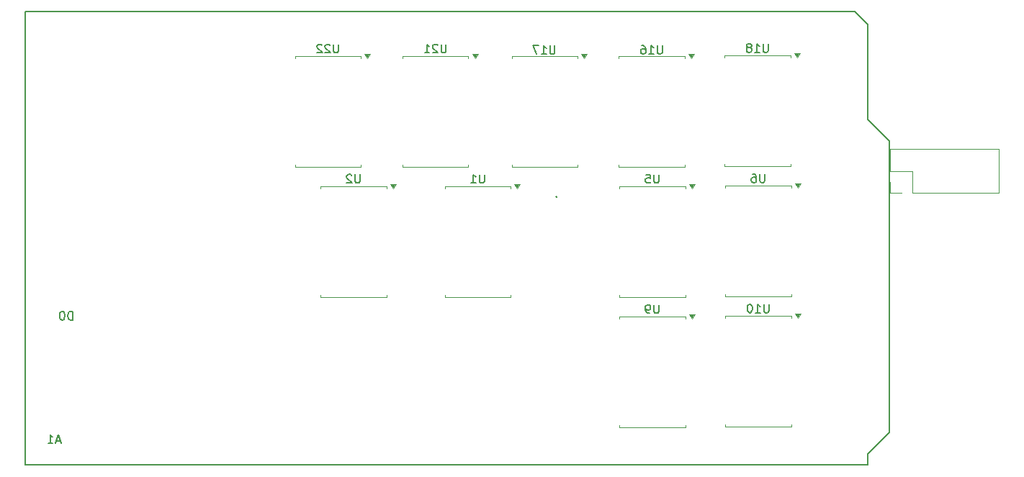
<source format=gbr>
%TF.GenerationSoftware,KiCad,Pcbnew,8.0.8+dfsg-1*%
%TF.CreationDate,2025-07-24T04:48:21-04:00*%
%TF.ProjectId,VGA_SRAM_SHUIELD_DOUBLE_BUFFER,5647415f-5352-4414-9d5f-53485549454c,rev?*%
%TF.SameCoordinates,Original*%
%TF.FileFunction,Legend,Bot*%
%TF.FilePolarity,Positive*%
%FSLAX46Y46*%
G04 Gerber Fmt 4.6, Leading zero omitted, Abs format (unit mm)*
G04 Created by KiCad (PCBNEW 8.0.8+dfsg-1) date 2025-07-24 04:48:21*
%MOMM*%
%LPD*%
G01*
G04 APERTURE LIST*
%ADD10C,0.150000*%
%ADD11C,0.120000*%
G04 APERTURE END LIST*
D10*
X102161904Y-165674819D02*
X102161904Y-166484342D01*
X102161904Y-166484342D02*
X102114285Y-166579580D01*
X102114285Y-166579580D02*
X102066666Y-166627200D01*
X102066666Y-166627200D02*
X101971428Y-166674819D01*
X101971428Y-166674819D02*
X101780952Y-166674819D01*
X101780952Y-166674819D02*
X101685714Y-166627200D01*
X101685714Y-166627200D02*
X101638095Y-166579580D01*
X101638095Y-166579580D02*
X101590476Y-166484342D01*
X101590476Y-166484342D02*
X101590476Y-165674819D01*
X101066666Y-166674819D02*
X100876190Y-166674819D01*
X100876190Y-166674819D02*
X100780952Y-166627200D01*
X100780952Y-166627200D02*
X100733333Y-166579580D01*
X100733333Y-166579580D02*
X100638095Y-166436723D01*
X100638095Y-166436723D02*
X100590476Y-166246247D01*
X100590476Y-166246247D02*
X100590476Y-165865295D01*
X100590476Y-165865295D02*
X100638095Y-165770057D01*
X100638095Y-165770057D02*
X100685714Y-165722438D01*
X100685714Y-165722438D02*
X100780952Y-165674819D01*
X100780952Y-165674819D02*
X100971428Y-165674819D01*
X100971428Y-165674819D02*
X101066666Y-165722438D01*
X101066666Y-165722438D02*
X101114285Y-165770057D01*
X101114285Y-165770057D02*
X101161904Y-165865295D01*
X101161904Y-165865295D02*
X101161904Y-166103390D01*
X101161904Y-166103390D02*
X101114285Y-166198628D01*
X101114285Y-166198628D02*
X101066666Y-166246247D01*
X101066666Y-166246247D02*
X100971428Y-166293866D01*
X100971428Y-166293866D02*
X100780952Y-166293866D01*
X100780952Y-166293866D02*
X100685714Y-166246247D01*
X100685714Y-166246247D02*
X100638095Y-166198628D01*
X100638095Y-166198628D02*
X100590476Y-166103390D01*
X77138094Y-135029819D02*
X77138094Y-135839342D01*
X77138094Y-135839342D02*
X77090475Y-135934580D01*
X77090475Y-135934580D02*
X77042856Y-135982200D01*
X77042856Y-135982200D02*
X76947618Y-136029819D01*
X76947618Y-136029819D02*
X76757142Y-136029819D01*
X76757142Y-136029819D02*
X76661904Y-135982200D01*
X76661904Y-135982200D02*
X76614285Y-135934580D01*
X76614285Y-135934580D02*
X76566666Y-135839342D01*
X76566666Y-135839342D02*
X76566666Y-135029819D01*
X76138094Y-135125057D02*
X76090475Y-135077438D01*
X76090475Y-135077438D02*
X75995237Y-135029819D01*
X75995237Y-135029819D02*
X75757142Y-135029819D01*
X75757142Y-135029819D02*
X75661904Y-135077438D01*
X75661904Y-135077438D02*
X75614285Y-135125057D01*
X75614285Y-135125057D02*
X75566666Y-135220295D01*
X75566666Y-135220295D02*
X75566666Y-135315533D01*
X75566666Y-135315533D02*
X75614285Y-135458390D01*
X75614285Y-135458390D02*
X76185713Y-136029819D01*
X76185713Y-136029819D02*
X75566666Y-136029819D01*
X74614285Y-136029819D02*
X75185713Y-136029819D01*
X74899999Y-136029819D02*
X74899999Y-135029819D01*
X74899999Y-135029819D02*
X74995237Y-135172676D01*
X74995237Y-135172676D02*
X75090475Y-135267914D01*
X75090475Y-135267914D02*
X75185713Y-135315533D01*
X114998094Y-134959819D02*
X114998094Y-135769342D01*
X114998094Y-135769342D02*
X114950475Y-135864580D01*
X114950475Y-135864580D02*
X114902856Y-135912200D01*
X114902856Y-135912200D02*
X114807618Y-135959819D01*
X114807618Y-135959819D02*
X114617142Y-135959819D01*
X114617142Y-135959819D02*
X114521904Y-135912200D01*
X114521904Y-135912200D02*
X114474285Y-135864580D01*
X114474285Y-135864580D02*
X114426666Y-135769342D01*
X114426666Y-135769342D02*
X114426666Y-134959819D01*
X113426666Y-135959819D02*
X113998094Y-135959819D01*
X113712380Y-135959819D02*
X113712380Y-134959819D01*
X113712380Y-134959819D02*
X113807618Y-135102676D01*
X113807618Y-135102676D02*
X113902856Y-135197914D01*
X113902856Y-135197914D02*
X113998094Y-135245533D01*
X112855237Y-135388390D02*
X112950475Y-135340771D01*
X112950475Y-135340771D02*
X112998094Y-135293152D01*
X112998094Y-135293152D02*
X113045713Y-135197914D01*
X113045713Y-135197914D02*
X113045713Y-135150295D01*
X113045713Y-135150295D02*
X112998094Y-135055057D01*
X112998094Y-135055057D02*
X112950475Y-135007438D01*
X112950475Y-135007438D02*
X112855237Y-134959819D01*
X112855237Y-134959819D02*
X112664761Y-134959819D01*
X112664761Y-134959819D02*
X112569523Y-135007438D01*
X112569523Y-135007438D02*
X112521904Y-135055057D01*
X112521904Y-135055057D02*
X112474285Y-135150295D01*
X112474285Y-135150295D02*
X112474285Y-135197914D01*
X112474285Y-135197914D02*
X112521904Y-135293152D01*
X112521904Y-135293152D02*
X112569523Y-135340771D01*
X112569523Y-135340771D02*
X112664761Y-135388390D01*
X112664761Y-135388390D02*
X112855237Y-135388390D01*
X112855237Y-135388390D02*
X112950475Y-135436009D01*
X112950475Y-135436009D02*
X112998094Y-135483628D01*
X112998094Y-135483628D02*
X113045713Y-135578866D01*
X113045713Y-135578866D02*
X113045713Y-135769342D01*
X113045713Y-135769342D02*
X112998094Y-135864580D01*
X112998094Y-135864580D02*
X112950475Y-135912200D01*
X112950475Y-135912200D02*
X112855237Y-135959819D01*
X112855237Y-135959819D02*
X112664761Y-135959819D01*
X112664761Y-135959819D02*
X112569523Y-135912200D01*
X112569523Y-135912200D02*
X112521904Y-135864580D01*
X112521904Y-135864580D02*
X112474285Y-135769342D01*
X112474285Y-135769342D02*
X112474285Y-135578866D01*
X112474285Y-135578866D02*
X112521904Y-135483628D01*
X112521904Y-135483628D02*
X112569523Y-135436009D01*
X112569523Y-135436009D02*
X112664761Y-135388390D01*
X102558094Y-135144819D02*
X102558094Y-135954342D01*
X102558094Y-135954342D02*
X102510475Y-136049580D01*
X102510475Y-136049580D02*
X102462856Y-136097200D01*
X102462856Y-136097200D02*
X102367618Y-136144819D01*
X102367618Y-136144819D02*
X102177142Y-136144819D01*
X102177142Y-136144819D02*
X102081904Y-136097200D01*
X102081904Y-136097200D02*
X102034285Y-136049580D01*
X102034285Y-136049580D02*
X101986666Y-135954342D01*
X101986666Y-135954342D02*
X101986666Y-135144819D01*
X100986666Y-136144819D02*
X101558094Y-136144819D01*
X101272380Y-136144819D02*
X101272380Y-135144819D01*
X101272380Y-135144819D02*
X101367618Y-135287676D01*
X101367618Y-135287676D02*
X101462856Y-135382914D01*
X101462856Y-135382914D02*
X101558094Y-135430533D01*
X100129523Y-135144819D02*
X100319999Y-135144819D01*
X100319999Y-135144819D02*
X100415237Y-135192438D01*
X100415237Y-135192438D02*
X100462856Y-135240057D01*
X100462856Y-135240057D02*
X100558094Y-135382914D01*
X100558094Y-135382914D02*
X100605713Y-135573390D01*
X100605713Y-135573390D02*
X100605713Y-135954342D01*
X100605713Y-135954342D02*
X100558094Y-136049580D01*
X100558094Y-136049580D02*
X100510475Y-136097200D01*
X100510475Y-136097200D02*
X100415237Y-136144819D01*
X100415237Y-136144819D02*
X100224761Y-136144819D01*
X100224761Y-136144819D02*
X100129523Y-136097200D01*
X100129523Y-136097200D02*
X100081904Y-136049580D01*
X100081904Y-136049580D02*
X100034285Y-135954342D01*
X100034285Y-135954342D02*
X100034285Y-135716247D01*
X100034285Y-135716247D02*
X100081904Y-135621009D01*
X100081904Y-135621009D02*
X100129523Y-135573390D01*
X100129523Y-135573390D02*
X100224761Y-135525771D01*
X100224761Y-135525771D02*
X100415237Y-135525771D01*
X100415237Y-135525771D02*
X100510475Y-135573390D01*
X100510475Y-135573390D02*
X100558094Y-135621009D01*
X100558094Y-135621009D02*
X100605713Y-135716247D01*
X115088094Y-165604819D02*
X115088094Y-166414342D01*
X115088094Y-166414342D02*
X115040475Y-166509580D01*
X115040475Y-166509580D02*
X114992856Y-166557200D01*
X114992856Y-166557200D02*
X114897618Y-166604819D01*
X114897618Y-166604819D02*
X114707142Y-166604819D01*
X114707142Y-166604819D02*
X114611904Y-166557200D01*
X114611904Y-166557200D02*
X114564285Y-166509580D01*
X114564285Y-166509580D02*
X114516666Y-166414342D01*
X114516666Y-166414342D02*
X114516666Y-165604819D01*
X113516666Y-166604819D02*
X114088094Y-166604819D01*
X113802380Y-166604819D02*
X113802380Y-165604819D01*
X113802380Y-165604819D02*
X113897618Y-165747676D01*
X113897618Y-165747676D02*
X113992856Y-165842914D01*
X113992856Y-165842914D02*
X114088094Y-165890533D01*
X112897618Y-165604819D02*
X112802380Y-165604819D01*
X112802380Y-165604819D02*
X112707142Y-165652438D01*
X112707142Y-165652438D02*
X112659523Y-165700057D01*
X112659523Y-165700057D02*
X112611904Y-165795295D01*
X112611904Y-165795295D02*
X112564285Y-165985771D01*
X112564285Y-165985771D02*
X112564285Y-166223866D01*
X112564285Y-166223866D02*
X112611904Y-166414342D01*
X112611904Y-166414342D02*
X112659523Y-166509580D01*
X112659523Y-166509580D02*
X112707142Y-166557200D01*
X112707142Y-166557200D02*
X112802380Y-166604819D01*
X112802380Y-166604819D02*
X112897618Y-166604819D01*
X112897618Y-166604819D02*
X112992856Y-166557200D01*
X112992856Y-166557200D02*
X113040475Y-166509580D01*
X113040475Y-166509580D02*
X113088094Y-166414342D01*
X113088094Y-166414342D02*
X113135713Y-166223866D01*
X113135713Y-166223866D02*
X113135713Y-165985771D01*
X113135713Y-165985771D02*
X113088094Y-165795295D01*
X113088094Y-165795295D02*
X113040475Y-165700057D01*
X113040475Y-165700057D02*
X112992856Y-165652438D01*
X112992856Y-165652438D02*
X112897618Y-165604819D01*
X102161904Y-150354819D02*
X102161904Y-151164342D01*
X102161904Y-151164342D02*
X102114285Y-151259580D01*
X102114285Y-151259580D02*
X102066666Y-151307200D01*
X102066666Y-151307200D02*
X101971428Y-151354819D01*
X101971428Y-151354819D02*
X101780952Y-151354819D01*
X101780952Y-151354819D02*
X101685714Y-151307200D01*
X101685714Y-151307200D02*
X101638095Y-151259580D01*
X101638095Y-151259580D02*
X101590476Y-151164342D01*
X101590476Y-151164342D02*
X101590476Y-150354819D01*
X100638095Y-150354819D02*
X101114285Y-150354819D01*
X101114285Y-150354819D02*
X101161904Y-150831009D01*
X101161904Y-150831009D02*
X101114285Y-150783390D01*
X101114285Y-150783390D02*
X101019047Y-150735771D01*
X101019047Y-150735771D02*
X100780952Y-150735771D01*
X100780952Y-150735771D02*
X100685714Y-150783390D01*
X100685714Y-150783390D02*
X100638095Y-150831009D01*
X100638095Y-150831009D02*
X100590476Y-150926247D01*
X100590476Y-150926247D02*
X100590476Y-151164342D01*
X100590476Y-151164342D02*
X100638095Y-151259580D01*
X100638095Y-151259580D02*
X100685714Y-151307200D01*
X100685714Y-151307200D02*
X100780952Y-151354819D01*
X100780952Y-151354819D02*
X101019047Y-151354819D01*
X101019047Y-151354819D02*
X101114285Y-151307200D01*
X101114285Y-151307200D02*
X101161904Y-151259580D01*
X114611904Y-150284819D02*
X114611904Y-151094342D01*
X114611904Y-151094342D02*
X114564285Y-151189580D01*
X114564285Y-151189580D02*
X114516666Y-151237200D01*
X114516666Y-151237200D02*
X114421428Y-151284819D01*
X114421428Y-151284819D02*
X114230952Y-151284819D01*
X114230952Y-151284819D02*
X114135714Y-151237200D01*
X114135714Y-151237200D02*
X114088095Y-151189580D01*
X114088095Y-151189580D02*
X114040476Y-151094342D01*
X114040476Y-151094342D02*
X114040476Y-150284819D01*
X113135714Y-150284819D02*
X113326190Y-150284819D01*
X113326190Y-150284819D02*
X113421428Y-150332438D01*
X113421428Y-150332438D02*
X113469047Y-150380057D01*
X113469047Y-150380057D02*
X113564285Y-150522914D01*
X113564285Y-150522914D02*
X113611904Y-150713390D01*
X113611904Y-150713390D02*
X113611904Y-151094342D01*
X113611904Y-151094342D02*
X113564285Y-151189580D01*
X113564285Y-151189580D02*
X113516666Y-151237200D01*
X113516666Y-151237200D02*
X113421428Y-151284819D01*
X113421428Y-151284819D02*
X113230952Y-151284819D01*
X113230952Y-151284819D02*
X113135714Y-151237200D01*
X113135714Y-151237200D02*
X113088095Y-151189580D01*
X113088095Y-151189580D02*
X113040476Y-151094342D01*
X113040476Y-151094342D02*
X113040476Y-150856247D01*
X113040476Y-150856247D02*
X113088095Y-150761009D01*
X113088095Y-150761009D02*
X113135714Y-150713390D01*
X113135714Y-150713390D02*
X113230952Y-150665771D01*
X113230952Y-150665771D02*
X113421428Y-150665771D01*
X113421428Y-150665771D02*
X113516666Y-150713390D01*
X113516666Y-150713390D02*
X113564285Y-150761009D01*
X113564285Y-150761009D02*
X113611904Y-150856247D01*
X67021904Y-150339819D02*
X67021904Y-151149342D01*
X67021904Y-151149342D02*
X66974285Y-151244580D01*
X66974285Y-151244580D02*
X66926666Y-151292200D01*
X66926666Y-151292200D02*
X66831428Y-151339819D01*
X66831428Y-151339819D02*
X66640952Y-151339819D01*
X66640952Y-151339819D02*
X66545714Y-151292200D01*
X66545714Y-151292200D02*
X66498095Y-151244580D01*
X66498095Y-151244580D02*
X66450476Y-151149342D01*
X66450476Y-151149342D02*
X66450476Y-150339819D01*
X66021904Y-150435057D02*
X65974285Y-150387438D01*
X65974285Y-150387438D02*
X65879047Y-150339819D01*
X65879047Y-150339819D02*
X65640952Y-150339819D01*
X65640952Y-150339819D02*
X65545714Y-150387438D01*
X65545714Y-150387438D02*
X65498095Y-150435057D01*
X65498095Y-150435057D02*
X65450476Y-150530295D01*
X65450476Y-150530295D02*
X65450476Y-150625533D01*
X65450476Y-150625533D02*
X65498095Y-150768390D01*
X65498095Y-150768390D02*
X66069523Y-151339819D01*
X66069523Y-151339819D02*
X65450476Y-151339819D01*
X89918094Y-135184819D02*
X89918094Y-135994342D01*
X89918094Y-135994342D02*
X89870475Y-136089580D01*
X89870475Y-136089580D02*
X89822856Y-136137200D01*
X89822856Y-136137200D02*
X89727618Y-136184819D01*
X89727618Y-136184819D02*
X89537142Y-136184819D01*
X89537142Y-136184819D02*
X89441904Y-136137200D01*
X89441904Y-136137200D02*
X89394285Y-136089580D01*
X89394285Y-136089580D02*
X89346666Y-135994342D01*
X89346666Y-135994342D02*
X89346666Y-135184819D01*
X88346666Y-136184819D02*
X88918094Y-136184819D01*
X88632380Y-136184819D02*
X88632380Y-135184819D01*
X88632380Y-135184819D02*
X88727618Y-135327676D01*
X88727618Y-135327676D02*
X88822856Y-135422914D01*
X88822856Y-135422914D02*
X88918094Y-135470533D01*
X88013332Y-135184819D02*
X87346666Y-135184819D01*
X87346666Y-135184819D02*
X87775237Y-136184819D01*
X81631904Y-150354819D02*
X81631904Y-151164342D01*
X81631904Y-151164342D02*
X81584285Y-151259580D01*
X81584285Y-151259580D02*
X81536666Y-151307200D01*
X81536666Y-151307200D02*
X81441428Y-151354819D01*
X81441428Y-151354819D02*
X81250952Y-151354819D01*
X81250952Y-151354819D02*
X81155714Y-151307200D01*
X81155714Y-151307200D02*
X81108095Y-151259580D01*
X81108095Y-151259580D02*
X81060476Y-151164342D01*
X81060476Y-151164342D02*
X81060476Y-150354819D01*
X80060476Y-151354819D02*
X80631904Y-151354819D01*
X80346190Y-151354819D02*
X80346190Y-150354819D01*
X80346190Y-150354819D02*
X80441428Y-150497676D01*
X80441428Y-150497676D02*
X80536666Y-150592914D01*
X80536666Y-150592914D02*
X80631904Y-150640533D01*
X64488094Y-135029819D02*
X64488094Y-135839342D01*
X64488094Y-135839342D02*
X64440475Y-135934580D01*
X64440475Y-135934580D02*
X64392856Y-135982200D01*
X64392856Y-135982200D02*
X64297618Y-136029819D01*
X64297618Y-136029819D02*
X64107142Y-136029819D01*
X64107142Y-136029819D02*
X64011904Y-135982200D01*
X64011904Y-135982200D02*
X63964285Y-135934580D01*
X63964285Y-135934580D02*
X63916666Y-135839342D01*
X63916666Y-135839342D02*
X63916666Y-135029819D01*
X63488094Y-135125057D02*
X63440475Y-135077438D01*
X63440475Y-135077438D02*
X63345237Y-135029819D01*
X63345237Y-135029819D02*
X63107142Y-135029819D01*
X63107142Y-135029819D02*
X63011904Y-135077438D01*
X63011904Y-135077438D02*
X62964285Y-135125057D01*
X62964285Y-135125057D02*
X62916666Y-135220295D01*
X62916666Y-135220295D02*
X62916666Y-135315533D01*
X62916666Y-135315533D02*
X62964285Y-135458390D01*
X62964285Y-135458390D02*
X63535713Y-136029819D01*
X63535713Y-136029819D02*
X62916666Y-136029819D01*
X62535713Y-135125057D02*
X62488094Y-135077438D01*
X62488094Y-135077438D02*
X62392856Y-135029819D01*
X62392856Y-135029819D02*
X62154761Y-135029819D01*
X62154761Y-135029819D02*
X62059523Y-135077438D01*
X62059523Y-135077438D02*
X62011904Y-135125057D01*
X62011904Y-135125057D02*
X61964285Y-135220295D01*
X61964285Y-135220295D02*
X61964285Y-135315533D01*
X61964285Y-135315533D02*
X62011904Y-135458390D01*
X62011904Y-135458390D02*
X62583332Y-136029819D01*
X62583332Y-136029819D02*
X61964285Y-136029819D01*
X31764285Y-181669104D02*
X31288095Y-181669104D01*
X31859523Y-181954819D02*
X31526190Y-180954819D01*
X31526190Y-180954819D02*
X31192857Y-181954819D01*
X30335714Y-181954819D02*
X30907142Y-181954819D01*
X30621428Y-181954819D02*
X30621428Y-180954819D01*
X30621428Y-180954819D02*
X30716666Y-181097676D01*
X30716666Y-181097676D02*
X30811904Y-181192914D01*
X30811904Y-181192914D02*
X30907142Y-181240533D01*
X90119200Y-152886580D02*
X90166819Y-152934200D01*
X90166819Y-152934200D02*
X90119200Y-152981819D01*
X90119200Y-152981819D02*
X90071581Y-152934200D01*
X90071581Y-152934200D02*
X90119200Y-152886580D01*
X90119200Y-152886580D02*
X90119200Y-152981819D01*
X33238094Y-167454819D02*
X33238094Y-166454819D01*
X33238094Y-166454819D02*
X32999999Y-166454819D01*
X32999999Y-166454819D02*
X32857142Y-166502438D01*
X32857142Y-166502438D02*
X32761904Y-166597676D01*
X32761904Y-166597676D02*
X32714285Y-166692914D01*
X32714285Y-166692914D02*
X32666666Y-166883390D01*
X32666666Y-166883390D02*
X32666666Y-167026247D01*
X32666666Y-167026247D02*
X32714285Y-167216723D01*
X32714285Y-167216723D02*
X32761904Y-167311961D01*
X32761904Y-167311961D02*
X32857142Y-167407200D01*
X32857142Y-167407200D02*
X32999999Y-167454819D01*
X32999999Y-167454819D02*
X33238094Y-167454819D01*
X32047618Y-166454819D02*
X31952380Y-166454819D01*
X31952380Y-166454819D02*
X31857142Y-166502438D01*
X31857142Y-166502438D02*
X31809523Y-166550057D01*
X31809523Y-166550057D02*
X31761904Y-166645295D01*
X31761904Y-166645295D02*
X31714285Y-166835771D01*
X31714285Y-166835771D02*
X31714285Y-167073866D01*
X31714285Y-167073866D02*
X31761904Y-167264342D01*
X31761904Y-167264342D02*
X31809523Y-167359580D01*
X31809523Y-167359580D02*
X31857142Y-167407200D01*
X31857142Y-167407200D02*
X31952380Y-167454819D01*
X31952380Y-167454819D02*
X32047618Y-167454819D01*
X32047618Y-167454819D02*
X32142856Y-167407200D01*
X32142856Y-167407200D02*
X32190475Y-167359580D01*
X32190475Y-167359580D02*
X32238094Y-167264342D01*
X32238094Y-167264342D02*
X32285713Y-167073866D01*
X32285713Y-167073866D02*
X32285713Y-166835771D01*
X32285713Y-166835771D02*
X32238094Y-166645295D01*
X32238094Y-166645295D02*
X32190475Y-166550057D01*
X32190475Y-166550057D02*
X32142856Y-166502438D01*
X32142856Y-166502438D02*
X32047618Y-166454819D01*
D11*
%TO.C,U9*%
X97540000Y-167060000D02*
X101400000Y-167060000D01*
X97540000Y-167295000D02*
X97540000Y-167060000D01*
X97540000Y-179845000D02*
X97540000Y-180080000D01*
X97540000Y-180080000D02*
X101400000Y-180080000D01*
X105260000Y-167060000D02*
X101400000Y-167060000D01*
X105260000Y-167295000D02*
X105260000Y-167060000D01*
X105260000Y-179845000D02*
X105260000Y-180080000D01*
X105260000Y-180080000D02*
X101400000Y-180080000D01*
X106050000Y-167295000D02*
X105710000Y-166825000D01*
X106390000Y-166825000D01*
X106050000Y-167295000D01*
G36*
X106050000Y-167295000D02*
G01*
X105710000Y-166825000D01*
X106390000Y-166825000D01*
X106050000Y-167295000D01*
G37*
%TO.C,U21*%
X72040000Y-136415000D02*
X75900000Y-136415000D01*
X72040000Y-136650000D02*
X72040000Y-136415000D01*
X72040000Y-149200000D02*
X72040000Y-149435000D01*
X72040000Y-149435000D02*
X75900000Y-149435000D01*
X79760000Y-136415000D02*
X75900000Y-136415000D01*
X79760000Y-136650000D02*
X79760000Y-136415000D01*
X79760000Y-149200000D02*
X79760000Y-149435000D01*
X79760000Y-149435000D02*
X75900000Y-149435000D01*
X80550000Y-136650000D02*
X80210000Y-136180000D01*
X80890000Y-136180000D01*
X80550000Y-136650000D01*
G36*
X80550000Y-136650000D02*
G01*
X80210000Y-136180000D01*
X80890000Y-136180000D01*
X80550000Y-136650000D01*
G37*
%TO.C,U18*%
X109900000Y-136345000D02*
X113760000Y-136345000D01*
X109900000Y-136580000D02*
X109900000Y-136345000D01*
X109900000Y-149130000D02*
X109900000Y-149365000D01*
X109900000Y-149365000D02*
X113760000Y-149365000D01*
X117620000Y-136345000D02*
X113760000Y-136345000D01*
X117620000Y-136580000D02*
X117620000Y-136345000D01*
X117620000Y-149130000D02*
X117620000Y-149365000D01*
X117620000Y-149365000D02*
X113760000Y-149365000D01*
X118410000Y-136580000D02*
X118070000Y-136110000D01*
X118750000Y-136110000D01*
X118410000Y-136580000D01*
G36*
X118410000Y-136580000D02*
G01*
X118070000Y-136110000D01*
X118750000Y-136110000D01*
X118410000Y-136580000D01*
G37*
%TO.C,U16*%
X97450000Y-136415000D02*
X101310000Y-136415000D01*
X97450000Y-136650000D02*
X97450000Y-136415000D01*
X97450000Y-149200000D02*
X97450000Y-149435000D01*
X97450000Y-149435000D02*
X101310000Y-149435000D01*
X105170000Y-136415000D02*
X101310000Y-136415000D01*
X105170000Y-136650000D02*
X105170000Y-136415000D01*
X105170000Y-149200000D02*
X105170000Y-149435000D01*
X105170000Y-149435000D02*
X101310000Y-149435000D01*
X105960000Y-136650000D02*
X105620000Y-136180000D01*
X106300000Y-136180000D01*
X105960000Y-136650000D01*
G36*
X105960000Y-136650000D02*
G01*
X105620000Y-136180000D01*
X106300000Y-136180000D01*
X105960000Y-136650000D01*
G37*
%TO.C,U10*%
X118500000Y-167225000D02*
X118160000Y-166755000D01*
X118840000Y-166755000D01*
X118500000Y-167225000D01*
G36*
X118500000Y-167225000D02*
G01*
X118160000Y-166755000D01*
X118840000Y-166755000D01*
X118500000Y-167225000D01*
G37*
X117710000Y-180010000D02*
X113850000Y-180010000D01*
X117710000Y-179775000D02*
X117710000Y-180010000D01*
X117710000Y-167225000D02*
X117710000Y-166990000D01*
X117710000Y-166990000D02*
X113850000Y-166990000D01*
X109990000Y-180010000D02*
X113850000Y-180010000D01*
X109990000Y-179775000D02*
X109990000Y-180010000D01*
X109990000Y-167225000D02*
X109990000Y-166990000D01*
X109990000Y-166990000D02*
X113850000Y-166990000D01*
%TO.C,U5*%
X97540000Y-151740000D02*
X101400000Y-151740000D01*
X97540000Y-151975000D02*
X97540000Y-151740000D01*
X97540000Y-164525000D02*
X97540000Y-164760000D01*
X97540000Y-164760000D02*
X101400000Y-164760000D01*
X105260000Y-151740000D02*
X101400000Y-151740000D01*
X105260000Y-151975000D02*
X105260000Y-151740000D01*
X105260000Y-164525000D02*
X105260000Y-164760000D01*
X105260000Y-164760000D02*
X101400000Y-164760000D01*
X106050000Y-151975000D02*
X105710000Y-151505000D01*
X106390000Y-151505000D01*
X106050000Y-151975000D01*
G36*
X106050000Y-151975000D02*
G01*
X105710000Y-151505000D01*
X106390000Y-151505000D01*
X106050000Y-151975000D01*
G37*
%TO.C,J5*%
X129330000Y-149930000D02*
X129330000Y-147330000D01*
X129330000Y-152530000D02*
X129330000Y-151200000D01*
X130660000Y-152530000D02*
X129330000Y-152530000D01*
X131930000Y-149930000D02*
X129330000Y-149930000D01*
X131930000Y-152530000D02*
X131930000Y-149930000D01*
X142150000Y-147330000D02*
X129330000Y-147330000D01*
X142150000Y-152530000D02*
X131930000Y-152530000D01*
X142150000Y-152530000D02*
X142150000Y-147330000D01*
%TO.C,U6*%
X109990000Y-151670000D02*
X113850000Y-151670000D01*
X109990000Y-151905000D02*
X109990000Y-151670000D01*
X109990000Y-164455000D02*
X109990000Y-164690000D01*
X109990000Y-164690000D02*
X113850000Y-164690000D01*
X117710000Y-151670000D02*
X113850000Y-151670000D01*
X117710000Y-151905000D02*
X117710000Y-151670000D01*
X117710000Y-164455000D02*
X117710000Y-164690000D01*
X117710000Y-164690000D02*
X113850000Y-164690000D01*
X118500000Y-151905000D02*
X118160000Y-151435000D01*
X118840000Y-151435000D01*
X118500000Y-151905000D01*
G36*
X118500000Y-151905000D02*
G01*
X118160000Y-151435000D01*
X118840000Y-151435000D01*
X118500000Y-151905000D01*
G37*
%TO.C,U2*%
X62400000Y-151725000D02*
X66260000Y-151725000D01*
X62400000Y-151960000D02*
X62400000Y-151725000D01*
X62400000Y-164510000D02*
X62400000Y-164745000D01*
X62400000Y-164745000D02*
X66260000Y-164745000D01*
X70120000Y-151725000D02*
X66260000Y-151725000D01*
X70120000Y-151960000D02*
X70120000Y-151725000D01*
X70120000Y-164510000D02*
X70120000Y-164745000D01*
X70120000Y-164745000D02*
X66260000Y-164745000D01*
X70910000Y-151960000D02*
X70570000Y-151490000D01*
X71250000Y-151490000D01*
X70910000Y-151960000D01*
G36*
X70910000Y-151960000D02*
G01*
X70570000Y-151490000D01*
X71250000Y-151490000D01*
X70910000Y-151960000D01*
G37*
%TO.C,U17*%
X84860000Y-136415000D02*
X88720000Y-136415000D01*
X84860000Y-136650000D02*
X84860000Y-136415000D01*
X84860000Y-149200000D02*
X84860000Y-149435000D01*
X84860000Y-149435000D02*
X88720000Y-149435000D01*
X92580000Y-136415000D02*
X88720000Y-136415000D01*
X92580000Y-136650000D02*
X92580000Y-136415000D01*
X92580000Y-149200000D02*
X92580000Y-149435000D01*
X92580000Y-149435000D02*
X88720000Y-149435000D01*
X93370000Y-136650000D02*
X93030000Y-136180000D01*
X93710000Y-136180000D01*
X93370000Y-136650000D01*
G36*
X93370000Y-136650000D02*
G01*
X93030000Y-136180000D01*
X93710000Y-136180000D01*
X93370000Y-136650000D01*
G37*
%TO.C,U1*%
X77010000Y-151740000D02*
X80870000Y-151740000D01*
X77010000Y-151975000D02*
X77010000Y-151740000D01*
X77010000Y-164525000D02*
X77010000Y-164760000D01*
X77010000Y-164760000D02*
X80870000Y-164760000D01*
X84730000Y-151740000D02*
X80870000Y-151740000D01*
X84730000Y-151975000D02*
X84730000Y-151740000D01*
X84730000Y-164525000D02*
X84730000Y-164760000D01*
X84730000Y-164760000D02*
X80870000Y-164760000D01*
X85520000Y-151975000D02*
X85180000Y-151505000D01*
X85860000Y-151505000D01*
X85520000Y-151975000D01*
G36*
X85520000Y-151975000D02*
G01*
X85180000Y-151505000D01*
X85860000Y-151505000D01*
X85520000Y-151975000D01*
G37*
%TO.C,U22*%
X59390000Y-136415000D02*
X63250000Y-136415000D01*
X59390000Y-136650000D02*
X59390000Y-136415000D01*
X59390000Y-149200000D02*
X59390000Y-149435000D01*
X59390000Y-149435000D02*
X63250000Y-149435000D01*
X67110000Y-136415000D02*
X63250000Y-136415000D01*
X67110000Y-136650000D02*
X67110000Y-136415000D01*
X67110000Y-149200000D02*
X67110000Y-149435000D01*
X67110000Y-149435000D02*
X63250000Y-149435000D01*
X67900000Y-136650000D02*
X67560000Y-136180000D01*
X68240000Y-136180000D01*
X67900000Y-136650000D01*
G36*
X67900000Y-136650000D02*
G01*
X67560000Y-136180000D01*
X68240000Y-136180000D01*
X67900000Y-136650000D01*
G37*
D10*
%TO.C,A1*%
X27635200Y-131191000D02*
X27635200Y-184531000D01*
X27635200Y-131191000D02*
X125171200Y-131191000D01*
X27635200Y-184531000D02*
X126695200Y-184531000D01*
X125171200Y-131191000D02*
X126695200Y-132715000D01*
X126695200Y-143891000D02*
X126695200Y-132715000D01*
X126695200Y-183261000D02*
X129235200Y-180721000D01*
X126695200Y-184531000D02*
X126695200Y-183261000D01*
X129235200Y-146431000D02*
X126695200Y-143891000D01*
X129235200Y-180721000D02*
X129235200Y-146431000D01*
%TD*%
M02*

</source>
